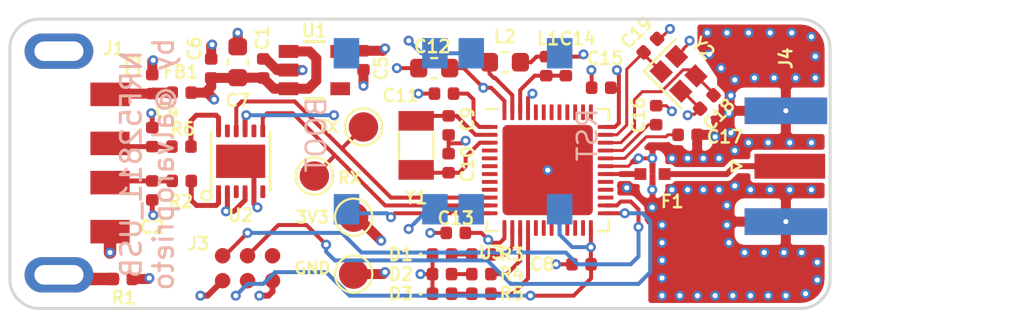
<source format=kicad_pcb>
(kicad_pcb (version 20171130) (host pcbnew 5.1.2-f72e74a~84~ubuntu18.04.1)
  (title_block (title NRF52811_USB) (date 2019-05-24) (rev 1.0) (company @alvaroprieto))
  (layers (0 F.Cu signal) (1 GND.Cu power) (2 Power.Cu mixed) (31 B.Cu signal) (34 B.Paste user) (35 F.Paste user) (36 B.SilkS user) (37 F.SilkS user) (38 B.Mask user) (39 F.Mask user) (44 Edge.Cuts user))
  (net 0 "")
  (net 1 GND)
  (net 2 +3V3)
  (net 3 "Net-(J1-Pad5)")
  (net 4 "Net-(U1-Pad4)")
  (net 5 "Net-(U3-Pad4)")
  (net 6 "Net-(U3-Pad6)")
  (net 7 "Net-(U3-Pad7)")
  (net 8 "Net-(U3-Pad8)")
  (net 9 "Net-(U3-Pad17)")
  (net 10 "Net-(U3-Pad18)")
  (net 11 "Net-(U3-Pad19)")
  (net 12 "Net-(U3-Pad20)")
  (net 13 /nRST)
  (net 14 /VIN)
  (net 15 /UART_RX)
  (net 16 /SWDIO)
  (net 17 /SWCLK)
  (net 18 /UART_TX)
  (net 19 /BOOT)
  (net 20 "Net-(C9-Pad1)")
  (net 21 "Net-(C18-Pad2)")
  (net 22 "Net-(F1-Pad1)")
  (net 23 "Net-(L1-Pad2)")
  (net 24 "Net-(L2-Pad2)")
  (net 25 "Net-(U2-Pad8)")
  (net 26 /USB_DM)
  (net 27 "Net-(C3-Pad2)")
  (net 28 /USB_DP)
  (net 29 "Net-(C10-Pad1)")
  (net 30 "Net-(C11-Pad1)")
  (net 31 "Net-(C14-Pad1)")
  (net 32 "Net-(C16-Pad2)")
  (net 33 "Net-(C17-Pad2)")
  (net 34 "Net-(C19-Pad1)")
  (net 35 "Net-(D1-Pad2)")
  (net 36 "Net-(D2-Pad2)")
  (net 37 "Net-(D3-Pad2)")
  (net 38 "Net-(F1-Pad3)")
  (net 39 "Net-(J3-Pad6)")
  (net 40 "Net-(R2-Pad1)")
  (net 41 /TX_LED)
  (net 42 /RX_LED)
  (net 43 /STATUS_LED)
  (net 44 "Net-(R6-Pad2)")
  (net 45 "Net-(U2-Pad11)")
  (net 46 "Net-(U2-Pad6)")
  (net 47 "Net-(U2-Pad3)")
  (net 48 "Net-(U3-Pad5)")
  (net 49 "Net-(U3-Pad9)")
  (net 50 "Net-(U3-Pad21)")
  (net 51 "Net-(U3-Pad22)")
  (net 52 "Net-(U3-Pad23)")
  (net 53 "Net-(U3-Pad27)")
  (net 54 "Net-(U3-Pad28)")
  (net 55 "Net-(U3-Pad29)")
  (net 56 "Net-(U3-Pad37)")
  (net 57 "Net-(U3-Pad38)")
  (net 58 "Net-(U3-Pad39)")
  (net 59 "Net-(U3-Pad40)")
  (net 60 "Net-(U3-Pad41)")
  (net 61 "Net-(U3-Pad42)")
  (net 62 "Net-(U3-Pad43)")
  (net 63 "Net-(U3-Pad44)")
  (module Crystal:Crystal_SMD_2016-4Pin_2.0x1.6mm (layer F.Cu) (at 201.54008 85.28849 315)
    (fp_text reference Y2 (at -0.020202 -1.801998 135) (layer F.SilkS) (effects (font (size 0.635 0.635) (thickness 0.127))))
    (fp_text value 32MHz)
    (pad 1 smd rect (at -0.7 0.55 315) (size 0.9 0.8) (layers F.Cu F.Paste F.Mask) (net 34 "Net-(C19-Pad1)"))
    (pad 2 smd rect (at 0.7 0.55 315) (size 0.9 0.8) (layers F.Cu F.Paste F.Mask) (net 1 GND))
    (pad 3 smd rect (at 0.7 -0.55 315) (size 0.9 0.8) (layers F.Cu F.Paste F.Mask) (net 21 "Net-(C18-Pad2)"))
    (pad 4 smd rect (at -0.7 -0.55 315) (size 0.9 0.8) (layers F.Cu F.Paste F.Mask) (net 1 GND))
  )
  (module alvarop:2450FM07A0029T (layer F.Cu) (at 200.2125 90.4)
    (fp_text reference F1 (at 1 1.4) (layer F.SilkS) (effects (font (size 0.635 0.635) (thickness 0.127))))
    (fp_text value 2450FM07A0029T)
    (pad 3 smd rect (at 0.6125 0) (size 0.6 0.6) (layers F.Cu F.Paste F.Mask) (net 38 "Net-(F1-Pad3)"))
    (pad 1 smd rect (at -0.6125 0) (size 0.6 0.6) (layers F.Cu F.Paste F.Mask) (net 22 "Net-(F1-Pad1)"))
    (pad 2 smd rect (at 0 0.3625) (size 0.3 0.725) (layers F.Cu F.Paste F.Mask) (net 1 GND))
    (pad 4 smd rect (at 0 -0.3625) (size 0.3 0.725) (layers F.Cu F.Paste F.Mask) (net 1 GND))
  )
  (module TestPoint:TestPoint_Pad_D1.5mm (layer F.Cu) (at 185 92.6)
    (fp_text reference TP4 hide)
    (fp_text value 3V3)
    (pad 1 smd circle (at 0 0) (size 1.5 1.5) (layers F.Cu F.Mask) (net 2 +3V3))
  )
  (module Capacitor_SMD:C_0402_1005Metric (layer F.Cu) (at 185.5 84.6 270)
    (fp_text reference C5 (at 0.4 -0.9 90) (layer F.SilkS) (effects (font (size 0.635 0.635) (thickness 0.127))))
    (fp_text value 1uF)
    (pad 2 smd roundrect (at 0.485 0 270) (size 0.59 0.64) (layers F.Cu F.Paste F.Mask) (net 1 GND))
    (pad 1 smd roundrect (at -0.485 0 270) (size 0.59 0.64) (layers F.Cu F.Paste F.Mask) (net 2 +3V3))
  )
  (module "alvarop:SOT-23(M5)" (layer F.Cu) (at 183 85.1 90)
    (fp_text reference U1 (at 2 0) (layer F.SilkS) (effects (font (size 0.635 0.635) (thickness 0.127))))
    (fp_text value MIC550X hide)
    (pad 5 smd rect (at 0.95 1.315 90) (size 0.66 1) (layers F.Cu F.Paste F.Mask) (net 2 +3V3))
    (pad 4 smd rect (at -0.95 1.315 90) (size 0.66 1) (layers F.Cu F.Paste F.Mask) (net 4 "Net-(U1-Pad4)"))
    (pad 3 smd rect (at -0.95 -1.315 90) (size 0.66 1) (layers F.Cu F.Paste F.Mask) (net 14 /VIN))
    (pad 2 smd rect (at 0 -1.315 90) (size 0.66 1) (layers F.Cu F.Paste F.Mask) (net 1 GND))
    (pad 1 smd rect (at 0.95 -1.315 90) (size 0.66 1) (layers F.Cu F.Paste F.Mask) (net 14 /VIN))
  )
  (module Capacitor_SMD:C_0402_1005Metric (layer F.Cu) (at 200.103239 83.851649 45)
    (fp_text reference C19 (at -0.03648 -0.95805 45) (layer F.SilkS) (effects (font (size 0.635 0.635) (thickness 0.127))))
    (fp_text value 12pF)
    (pad 2 smd roundrect (at 0.485 0 45) (size 0.59 0.64) (layers F.Cu F.Paste F.Mask) (net 1 GND))
    (pad 1 smd roundrect (at -0.485 0 45) (size 0.59 0.64) (layers F.Cu F.Paste F.Mask) (net 34 "Net-(C19-Pad1)"))
  )
  (module Connector_Coaxial:SMA_Samtec_SMA-J-P-H-ST-EM1_EdgeMount (layer F.Cu) (at 207 90)
    (fp_text reference J4 (at 0 -5.5 -270) (layer F.SilkS) (effects (font (size 0.635 0.635) (thickness 0.127))))
    (fp_text value RP_SMA)
    (pad 2 smd rect (at 0 2.825 90) (size 1.35 4.2) (layers B.Cu B.Paste B.Mask) (net 1 GND))
    (pad 2 smd rect (at 0 -2.825 90) (size 1.35 4.2) (layers B.Cu B.Paste B.Mask) (net 1 GND))
    (pad 2 smd rect (at 0 2.825 90) (size 1.35 4.2) (layers F.Cu F.Paste F.Mask) (net 1 GND))
    (pad 2 smd rect (at 0 -2.825 90) (size 1.35 4.2) (layers F.Cu F.Paste F.Mask) (net 1 GND))
    (pad 1 smd rect (at 0.2 0 90) (size 1.27 3.6) (layers F.Cu F.Paste F.Mask) (net 38 "Net-(F1-Pad3)"))
  )
  (module alvarop:PTS645SM43SMTR92 (layer B.Cu) (at 193.236 88.218 270)
    (fp_text reference SW2 hide)
    (fp_text value RST)
    (pad 1 smd rect (at -3.975 2.25 270) (size 1.55 1.3) (layers B.Cu B.Paste B.Mask) (net 1 GND))
    (pad 1 smd rect (at 3.975 2.25 270) (size 1.55 1.3) (layers B.Cu B.Paste B.Mask) (net 1 GND))
    (pad 2 smd rect (at -3.975 -2.25 270) (size 1.55 1.3) (layers B.Cu B.Paste B.Mask) (net 13 /nRST))
    (pad 2 smd rect (at 3.975 -2.25 270) (size 1.55 1.3) (layers B.Cu B.Paste B.Mask) (net 13 /nRST))
  )
  (module alvarop:PTS645SM43SMTR92 (layer B.Cu) (at 186.886 88.218 90)
    (fp_text reference SW1 hide)
    (fp_text value RST)
    (pad 1 smd rect (at -3.975 2.25 90) (size 1.55 1.3) (layers B.Cu B.Paste B.Mask) (net 1 GND))
    (pad 1 smd rect (at 3.975 2.25 90) (size 1.55 1.3) (layers B.Cu B.Paste B.Mask) (net 1 GND))
    (pad 2 smd rect (at -3.975 -2.25 90) (size 1.55 1.3) (layers B.Cu B.Paste B.Mask) (net 19 /BOOT))
    (pad 2 smd rect (at 3.975 -2.25 90) (size 1.55 1.3) (layers B.Cu B.Paste B.Mask) (net 19 /BOOT))
  )
  (module Capacitor_SMD:C_0402_1005Metric (layer F.Cu) (at 189.834 87.92 270)
    (fp_text reference C9 (at -0.32 -0.966 90) (layer F.SilkS) (effects (font (size 0.635 0.635) (thickness 0.127))))
    (fp_text value 12pF)
    (pad 2 smd roundrect (at 0.485 0 270) (size 0.59 0.64) (layers F.Cu F.Paste F.Mask) (net 1 GND))
    (pad 1 smd roundrect (at -0.485 0 270) (size 0.59 0.64) (layers F.Cu F.Paste F.Mask) (net 20 "Net-(C9-Pad1)"))
  )
  (module Capacitor_SMD:C_0402_1005Metric (layer F.Cu) (at 189.834 89.848 90)
    (fp_text reference C10 (at -0.052 0.966 90) (layer F.SilkS) (effects (font (size 0.635 0.635) (thickness 0.127))))
    (fp_text value 12pF)
    (pad 2 smd roundrect (at 0.485 0 90) (size 0.59 0.64) (layers F.Cu F.Paste F.Mask) (net 1 GND))
    (pad 1 smd roundrect (at -0.485 0 90) (size 0.59 0.64) (layers F.Cu F.Paste F.Mask) (net 29 "Net-(C10-Pad1)"))
  )
  (module Capacitor_SMD:C_0402_1005Metric (layer F.Cu) (at 190.2 93.4 180)
    (fp_text reference C13 (at 0 0.75) (layer F.SilkS) (effects (font (size 0.635 0.635) (thickness 0.127))))
    (fp_text value 0.1uF)
    (pad 2 smd roundrect (at 0.485 0 180) (size 0.59 0.64) (layers F.Cu F.Paste F.Mask) (net 1 GND))
    (pad 1 smd roundrect (at -0.485 0 180) (size 0.59 0.64) (layers F.Cu F.Paste F.Mask) (net 2 +3V3))
  )
  (module Capacitor_SMD:C_0402_1005Metric (layer F.Cu) (at 195.8 84.9 90)
    (fp_text reference C14 (at 1.4 0.6 180) (layer F.SilkS) (effects (font (size 0.635 0.635) (thickness 0.127))))
    (fp_text value 1uF)
    (pad 1 smd roundrect (at -0.485 0 90) (size 0.59 0.64) (layers F.Cu F.Paste F.Mask) (net 31 "Net-(C14-Pad1)"))
    (pad 2 smd roundrect (at 0.485 0 90) (size 0.59 0.64) (layers F.Cu F.Paste F.Mask) (net 1 GND))
  )
  (module Capacitor_SMD:C_0402_1005Metric (layer F.Cu) (at 200.4 87.4 270)
    (fp_text reference C16 (at 0 0.9 90) (layer F.SilkS) (effects (font (size 0.635 0.635) (thickness 0.127))))
    (fp_text value 100pF)
    (pad 2 smd roundrect (at 0.485 0 270) (size 0.59 0.64) (layers F.Cu F.Paste F.Mask) (net 32 "Net-(C16-Pad2)"))
    (pad 1 smd roundrect (at -0.485 0 270) (size 0.59 0.64) (layers F.Cu F.Paste F.Mask) (net 1 GND))
  )
  (module Capacitor_SMD:C_0402_1005Metric (layer F.Cu) (at 197.6 86 180)
    (fp_text reference C15 (at -0.2 1.5) (layer F.SilkS) (effects (font (size 0.635 0.635) (thickness 0.127))))
    (fp_text value 0.1uF)
    (pad 2 smd roundrect (at 0.485 0 180) (size 0.59 0.64) (layers F.Cu F.Paste F.Mask) (net 1 GND))
    (pad 1 smd roundrect (at -0.485 0 180) (size 0.59 0.64) (layers F.Cu F.Paste F.Mask) (net 2 +3V3))
  )
  (module Capacitor_SMD:C_0402_1005Metric (layer F.Cu) (at 189.6 86.3 180)
    (fp_text reference C11 (at 2.2 -0.1) (layer F.SilkS) (effects (font (size 0.635 0.635) (thickness 0.127))))
    (fp_text value 0.1uF)
    (pad 2 smd roundrect (at 0.485 0 180) (size 0.59 0.64) (layers F.Cu F.Paste F.Mask) (net 1 GND))
    (pad 1 smd roundrect (at -0.485 0 180) (size 0.59 0.64) (layers F.Cu F.Paste F.Mask) (net 30 "Net-(C11-Pad1)"))
  )
  (module Capacitor_SMD:C_0402_1005Metric (layer F.Cu) (at 202.976921 86.725331 45)
    (fp_text reference C18 (at -0.02 0.888 45) (layer F.SilkS) (effects (font (size 0.635 0.635) (thickness 0.127))))
    (fp_text value 12pF)
    (pad 1 smd roundrect (at -0.485 0 45) (size 0.59 0.64) (layers F.Cu F.Paste F.Mask) (net 1 GND))
    (pad 2 smd roundrect (at 0.485 0 45) (size 0.59 0.64) (layers F.Cu F.Paste F.Mask) (net 21 "Net-(C18-Pad2)"))
  )
  (module Capacitor_SMD:C_0603_1608Metric (layer F.Cu) (at 189.1 85 180)
    (fp_text reference C12 (at 0.1 1.1) (layer F.SilkS) (effects (font (size 0.635 0.635) (thickness 0.127))))
    (fp_text value 4.7uF)
    (pad 2 smd roundrect (at 0.7875 0 180) (size 0.875 0.95) (layers F.Cu F.Paste F.Mask) (net 1 GND))
    (pad 1 smd roundrect (at -0.7875 0 180) (size 0.875 0.95) (layers F.Cu F.Paste F.Mask) (net 2 +3V3))
  )
  (module Inductor_SMD:L_0402_1005Metric (layer F.Cu) (at 194.8 84.9 90)
    (fp_text reference L1 (at 1.4 0.1) (layer F.SilkS) (effects (font (size 0.635 0.635) (thickness 0.127))))
    (fp_text value 15nH)
    (pad 1 smd roundrect (at -0.485 0 90) (size 0.59 0.64) (layers F.Cu F.Paste F.Mask) (net 31 "Net-(C14-Pad1)"))
    (pad 2 smd roundrect (at 0.485 0 90) (size 0.59 0.64) (layers F.Cu F.Paste F.Mask) (net 23 "Net-(L1-Pad2)"))
  )
  (module Inductor_SMD:L_0603_1608Metric (layer F.Cu) (at 192.7 84.7 180)
    (fp_text reference L2 (at 0 1.3 180) (layer F.SilkS) (effects (font (size 0.635 0.635) (thickness 0.127))))
    (fp_text value 10uH)
    (pad 1 smd roundrect (at -0.7875 0 180) (size 0.875 0.95) (layers F.Cu F.Paste F.Mask) (net 23 "Net-(L1-Pad2)"))
    (pad 2 smd roundrect (at 0.7875 0 180) (size 0.875 0.95) (layers F.Cu F.Paste F.Mask) (net 24 "Net-(L2-Pad2)"))
  )
  (module Crystal:Crystal_SMD_3215-2Pin_3.2x1.5mm (layer F.Cu) (at 188.183 88.936 90)
    (fp_text reference Y1 (at -2.667 0 180) (layer F.SilkS) (effects (font (size 0.635 0.635) (thickness 0.127))))
    (fp_text value 32.768kHz)
    (pad 1 smd rect (at 1.25 0 90) (size 1 1.8) (layers F.Cu F.Paste F.Mask) (net 20 "Net-(C9-Pad1)"))
    (pad 2 smd rect (at -1.25 0 90) (size 1 1.8) (layers F.Cu F.Paste F.Mask) (net 29 "Net-(C10-Pad1)"))
  )
  (module Capacitor_SMD:C_0402_1005Metric (layer F.Cu) (at 202 88.4 180)
    (fp_text reference C17 (at -1.9 -0.1) (layer F.SilkS) (effects (font (size 0.635 0.635) (thickness 0.127))))
    (fp_text value DNP)
    (pad 1 smd roundrect (at -0.485 0 180) (size 0.59 0.64) (layers F.Cu F.Paste F.Mask) (net 1 GND))
    (pad 2 smd roundrect (at 0.485 0 180) (size 0.59 0.64) (layers F.Cu F.Paste F.Mask) (net 33 "Net-(C17-Pad2)"))
  )
  (module Package_DFN_QFN:QFN-48-1EP_6x6mm_P0.4mm_EP4.6x4.6mm (layer F.Cu) (at 194.876 90.2)
    (fp_text reference U3 (at -2.876 4.201) (layer F.SilkS) (effects (font (size 0.635 0.635) (thickness 0.127))))
    (fp_text value NRF52811-QFAA)
    (pad 49 smd roundrect (at 0 0) (size 4.6 4.6) (layers F.Cu F.Mask) (roundrect_rratio 0.054348) (net 1 GND))
    (pad 1 smd roundrect (at -2.95 -2.2) (size 0.8 0.2) (layers F.Cu F.Paste F.Mask) (net 30 "Net-(C11-Pad1)"))
    (pad 2 smd roundrect (at -2.95 -1.8) (size 0.8 0.2) (layers F.Cu F.Paste F.Mask) (net 20 "Net-(C9-Pad1)"))
    (pad 3 smd roundrect (at -2.95 -1.4) (size 0.8 0.2) (layers F.Cu F.Paste F.Mask) (net 29 "Net-(C10-Pad1)"))
    (pad 4 smd roundrect (at -2.95 -1) (size 0.8 0.2) (layers F.Cu F.Paste F.Mask) (net 5 "Net-(U3-Pad4)"))
    (pad 5 smd roundrect (at -2.95 -0.6) (size 0.8 0.2) (layers F.Cu F.Paste F.Mask) (net 48 "Net-(U3-Pad5)"))
    (pad 6 smd roundrect (at -2.95 -0.2) (size 0.8 0.2) (layers F.Cu F.Paste F.Mask) (net 6 "Net-(U3-Pad6)"))
    (pad 7 smd roundrect (at -2.95 0.2) (size 0.8 0.2) (layers F.Cu F.Paste F.Mask) (net 7 "Net-(U3-Pad7)"))
    (pad 8 smd roundrect (at -2.95 0.6) (size 0.8 0.2) (layers F.Cu F.Paste F.Mask) (net 8 "Net-(U3-Pad8)"))
    (pad 9 smd roundrect (at -2.95 1) (size 0.8 0.2) (layers F.Cu F.Paste F.Mask) (net 49 "Net-(U3-Pad9)"))
    (pad 10 smd roundrect (at -2.95 1.4) (size 0.8 0.2) (layers F.Cu F.Paste F.Mask) (net 18 /UART_TX))
    (pad 11 smd roundrect (at -2.95 1.8) (size 0.8 0.2) (layers F.Cu F.Paste F.Mask) (net 15 /UART_RX))
    (pad 12 smd roundrect (at -2.95 2.2) (size 0.8 0.2) (layers F.Cu F.Paste F.Mask) (net 19 /BOOT))
    (pad 13 smd roundrect (at -2.2 2.95) (size 0.2 0.8) (layers F.Cu F.Paste F.Mask) (net 2 +3V3))
    (pad 14 smd roundrect (at -1.8 2.95) (size 0.2 0.8) (layers F.Cu F.Paste F.Mask) (net 41 /TX_LED))
    (pad 15 smd roundrect (at -1.4 2.95) (size 0.2 0.8) (layers F.Cu F.Paste F.Mask) (net 42 /RX_LED))
    (pad 16 smd roundrect (at -1 2.95) (size 0.2 0.8) (layers F.Cu F.Paste F.Mask) (net 43 /STATUS_LED))
    (pad 17 smd roundrect (at -0.6 2.95) (size 0.2 0.8) (layers F.Cu F.Paste F.Mask) (net 9 "Net-(U3-Pad17)"))
    (pad 18 smd roundrect (at -0.2 2.95) (size 0.2 0.8) (layers F.Cu F.Paste F.Mask) (net 10 "Net-(U3-Pad18)"))
    (pad 19 smd roundrect (at 0.2 2.95) (size 0.2 0.8) (layers F.Cu F.Paste F.Mask) (net 11 "Net-(U3-Pad19)"))
    (pad 20 smd roundrect (at 0.6 2.95) (size 0.2 0.8) (layers F.Cu F.Paste F.Mask) (net 12 "Net-(U3-Pad20)"))
    (pad 21 smd roundrect (at 1 2.95) (size 0.2 0.8) (layers F.Cu F.Paste F.Mask) (net 50 "Net-(U3-Pad21)"))
    (pad 22 smd roundrect (at 1.4 2.95) (size 0.2 0.8) (layers F.Cu F.Paste F.Mask) (net 51 "Net-(U3-Pad22)"))
    (pad 23 smd roundrect (at 1.8 2.95) (size 0.2 0.8) (layers F.Cu F.Paste F.Mask) (net 52 "Net-(U3-Pad23)"))
    (pad 24 smd roundrect (at 2.2 2.95) (size 0.2 0.8) (layers F.Cu F.Paste F.Mask) (net 13 /nRST))
    (pad 25 smd roundrect (at 2.95 2.2) (size 0.8 0.2) (layers F.Cu F.Paste F.Mask) (net 17 /SWCLK))
    (pad 26 smd roundrect (at 2.95 1.8) (size 0.8 0.2) (layers F.Cu F.Paste F.Mask) (net 16 /SWDIO))
    (pad 27 smd roundrect (at 2.95 1.4) (size 0.8 0.2) (layers F.Cu F.Paste F.Mask) (net 53 "Net-(U3-Pad27)"))
    (pad 28 smd roundrect (at 2.95 1) (size 0.8 0.2) (layers F.Cu F.Paste F.Mask) (net 54 "Net-(U3-Pad28)"))
    (pad 29 smd roundrect (at 2.95 0.6) (size 0.8 0.2) (layers F.Cu F.Paste F.Mask) (net 55 "Net-(U3-Pad29)"))
    (pad 30 smd roundrect (at 2.95 0.2) (size 0.8 0.2) (layers F.Cu F.Paste F.Mask) (net 22 "Net-(F1-Pad1)"))
    (pad 31 smd roundrect (at 2.95 -0.2) (size 0.8 0.2) (layers F.Cu F.Paste F.Mask) (net 1 GND))
    (pad 32 smd roundrect (at 2.95 -0.6) (size 0.8 0.2) (layers F.Cu F.Paste F.Mask) (net 33 "Net-(C17-Pad2)"))
    (pad 33 smd roundrect (at 2.95 -1) (size 0.8 0.2) (layers F.Cu F.Paste F.Mask) (net 32 "Net-(C16-Pad2)"))
    (pad 34 smd roundrect (at 2.95 -1.4) (size 0.8 0.2) (layers F.Cu F.Paste F.Mask) (net 21 "Net-(C18-Pad2)"))
    (pad 35 smd roundrect (at 2.95 -1.8) (size 0.8 0.2) (layers F.Cu F.Paste F.Mask) (net 34 "Net-(C19-Pad1)"))
    (pad 36 smd roundrect (at 2.95 -2.2) (size 0.8 0.2) (layers F.Cu F.Paste F.Mask) (net 2 +3V3))
    (pad 37 smd roundrect (at 2.2 -2.95) (size 0.2 0.8) (layers F.Cu F.Paste F.Mask) (net 56 "Net-(U3-Pad37)"))
    (pad 38 smd roundrect (at 1.8 -2.95) (size 0.2 0.8) (layers F.Cu F.Paste F.Mask) (net 57 "Net-(U3-Pad38)"))
    (pad 39 smd roundrect (at 1.4 -2.95) (size 0.2 0.8) (layers F.Cu F.Paste F.Mask) (net 58 "Net-(U3-Pad39)"))
    (pad 40 smd roundrect (at 1 -2.95) (size 0.2 0.8) (layers F.Cu F.Paste F.Mask) (net 59 "Net-(U3-Pad40)"))
    (pad 41 smd roundrect (at 0.6 -2.95) (size 0.2 0.8) (layers F.Cu F.Paste F.Mask) (net 60 "Net-(U3-Pad41)"))
    (pad 42 smd roundrect (at 0.2 -2.95) (size 0.2 0.8) (layers F.Cu F.Paste F.Mask) (net 61 "Net-(U3-Pad42)"))
    (pad 43 smd roundrect (at -0.2 -2.95) (size 0.2 0.8) (layers F.Cu F.Paste F.Mask) (net 62 "Net-(U3-Pad43)"))
    (pad 44 smd roundrect (at -0.6 -2.95) (size 0.2 0.8) (layers F.Cu F.Paste F.Mask) (net 63 "Net-(U3-Pad44)"))
    (pad 45 smd roundrect (at -1 -2.95) (size 0.2 0.8) (layers F.Cu F.Paste F.Mask) (net 1 GND))
    (pad 46 smd roundrect (at -1.4 -2.95) (size 0.2 0.8) (layers F.Cu F.Paste F.Mask) (net 31 "Net-(C14-Pad1)"))
    (pad 47 smd roundrect (at -1.8 -2.95) (size 0.2 0.8) (layers F.Cu F.Paste F.Mask) (net 24 "Net-(L2-Pad2)"))
    (pad 48 smd roundrect (at -2.2 -2.95) (size 0.2 0.8) (layers F.Cu F.Paste F.Mask) (net 2 +3V3))
  )
  (module alvarop:TC2030-NL (layer F.Cu) (at 179.6 95.2)
    (fp_text reference J3 (at -2.5 -1.25) (layer F.SilkS) (effects (font (size 0.635 0.635) (thickness 0.127))))
    (fp_text value TC2030-CTX)
    (pad 1 smd circle (at -1.27 0.635) (size 0.7874 0.7874) (layers F.Cu F.Mask) (net 2 +3V3))
    (pad 2 smd circle (at -1.27 -0.635) (size 0.7874 0.7874) (layers F.Cu F.Mask) (net 16 /SWDIO))
    (pad 3 smd circle (at 0 0.635) (size 0.7874 0.7874) (layers F.Cu F.Mask) (net 13 /nRST))
    (pad 4 smd circle (at 0 -0.635) (size 0.7874 0.7874) (layers F.Cu F.Mask) (net 17 /SWCLK))
    (pad 5 smd circle (at 1.27 0.635) (size 0.7874 0.7874) (layers F.Cu F.Mask) (net 1 GND))
    (pad 6 smd circle (at 1.27 -0.635) (size 0.7874 0.7874) (layers F.Cu F.Mask) (net 39 "Net-(J3-Pad6)"))
    (pad "" np_thru_hole circle (at 2.54 1.016) (size 0.9906 0.9906) (drill 0.9906) (layers *.Cu *.Mask))
    (pad "" np_thru_hole circle (at 2.54 -1.016) (size 0.9906 0.9906) (drill 0.9906) (layers *.Cu *.Mask))
    (pad "" np_thru_hole circle (at -2.54 0) (size 0.9906 0.9906) (drill 0.9906) (layers *.Cu *.Mask))
  )
  (module Capacitor_SMD:C_0402_1005Metric (layer F.Cu) (at 180.4 85.015 90)
    (fp_text reference C1 (at 1.55 -0.05 90) (layer F.SilkS) (effects (font (size 0.635 0.635) (thickness 0.127))))
    (fp_text value 1uF)
    (pad 1 smd roundrect (at -0.485 0 90) (size 0.59 0.64) (layers F.Cu F.Paste F.Mask) (net 14 /VIN))
    (pad 2 smd roundrect (at 0.485 0 90) (size 0.59 0.64) (layers F.Cu F.Paste F.Mask) (net 1 GND))
  )
  (module Capacitor_SMD:C_0402_1005Metric (layer F.Cu) (at 174.75 91.235 270)
    (fp_text reference C2 (at 1.865 0 180) (layer F.SilkS) (effects (font (size 0.635 0.635) (thickness 0.127))))
    (fp_text value 47pF)
    (pad 2 smd roundrect (at 0.485 0 270) (size 0.59 0.64) (layers F.Cu F.Paste F.Mask) (net 1 GND))
    (pad 1 smd roundrect (at -0.485 0 270) (size 0.59 0.64) (layers F.Cu F.Paste F.Mask) (net 26 /USB_DM))
  )
  (module Capacitor_SMD:C_0402_1005Metric (layer F.Cu) (at 174.75 85.815 270)
    (fp_text reference C3 (at -0.915 0.95 90) (layer F.SilkS) (effects (font (size 0.635 0.635) (thickness 0.127))))
    (fp_text value 10nF)
    (pad 1 smd roundrect (at -0.485 0 270) (size 0.59 0.64) (layers F.Cu F.Paste F.Mask) (net 1 GND))
    (pad 2 smd roundrect (at 0.485 0 270) (size 0.59 0.64) (layers F.Cu F.Paste F.Mask) (net 27 "Net-(C3-Pad2)"))
  )
  (module Capacitor_SMD:C_0402_1005Metric (layer F.Cu) (at 174.75 88.515 90)
    (fp_text reference C4 (at 1.315 0.75 180) (layer F.SilkS) (effects (font (size 0.635 0.635) (thickness 0.127))))
    (fp_text value 47pF)
    (pad 1 smd roundrect (at -0.485 0 90) (size 0.59 0.64) (layers F.Cu F.Paste F.Mask) (net 28 /USB_DP))
    (pad 2 smd roundrect (at 0.485 0 90) (size 0.59 0.64) (layers F.Cu F.Paste F.Mask) (net 1 GND))
  )
  (module Capacitor_SMD:C_0402_1005Metric (layer F.Cu) (at 177.75 85.015 90)
    (fp_text reference C6 (at 1.015 -0.85 90) (layer F.SilkS) (effects (font (size 0.635 0.635) (thickness 0.127))))
    (fp_text value 0.1uF)
    (pad 2 smd roundrect (at 0.485 0 90) (size 0.59 0.64) (layers F.Cu F.Paste F.Mask) (net 1 GND))
    (pad 1 smd roundrect (at -0.485 0 90) (size 0.59 0.64) (layers F.Cu F.Paste F.Mask) (net 14 /VIN))
  )
  (module Capacitor_SMD:C_0603_1608Metric (layer F.Cu) (at 179.1 84.7 90)
    (fp_text reference C7 (at -1.95 0 180) (layer F.SilkS) (effects (font (size 0.635 0.635) (thickness 0.127))))
    (fp_text value 4.7uF)
    (pad 1 smd roundrect (at -0.7875 0 90) (size 0.875 0.95) (layers F.Cu F.Paste F.Mask) (net 14 /VIN))
    (pad 2 smd roundrect (at 0.7875 0 90) (size 0.875 0.95) (layers F.Cu F.Paste F.Mask) (net 1 GND))
  )
  (module Capacitor_SMD:C_0402_1005Metric (layer F.Cu) (at 196.6 95 180)
    (fp_text reference C8 (at 2 0) (layer F.SilkS) (effects (font (size 0.635 0.635) (thickness 0.127))))
    (fp_text value 0.1uF)
    (pad 1 smd roundrect (at -0.485 0 180) (size 0.59 0.64) (layers F.Cu F.Paste F.Mask) (net 13 /nRST))
    (pad 2 smd roundrect (at 0.485 0 180) (size 0.59 0.64) (layers F.Cu F.Paste F.Mask) (net 1 GND))
  )
  (module LED_SMD:LED_0402_1005Metric (layer F.Cu) (at 189.5 94.5)
    (fp_text reference D1 (at -2.1 0) (layer F.SilkS) (effects (font (size 0.635 0.635) (thickness 0.127))))
    (fp_text value LED_ALT)
    (pad 2 smd roundrect (at 0.485 0) (size 0.59 0.64) (layers F.Cu F.Paste F.Mask) (net 35 "Net-(D1-Pad2)"))
    (pad 1 smd roundrect (at -0.485 0) (size 0.59 0.64) (layers F.Cu F.Paste F.Mask) (net 1 GND))
  )
  (module LED_SMD:LED_0402_1005Metric (layer F.Cu) (at 189.5 95.5)
    (fp_text reference D2 (at -2.1 0) (layer F.SilkS) (effects (font (size 0.635 0.635) (thickness 0.127))))
    (fp_text value LED_ALT)
    (pad 1 smd roundrect (at -0.485 0) (size 0.59 0.64) (layers F.Cu F.Paste F.Mask) (net 1 GND))
    (pad 2 smd roundrect (at 0.485 0) (size 0.59 0.64) (layers F.Cu F.Paste F.Mask) (net 36 "Net-(D2-Pad2)"))
  )
  (module LED_SMD:LED_0402_1005Metric (layer F.Cu) (at 189.5 96.5)
    (fp_text reference D3 (at -2.1 0) (layer F.SilkS) (effects (font (size 0.635 0.635) (thickness 0.127))))
    (fp_text value LED_ALT)
    (pad 1 smd roundrect (at -0.485 0) (size 0.59 0.64) (layers F.Cu F.Paste F.Mask) (net 1 GND))
    (pad 2 smd roundrect (at 0.485 0) (size 0.59 0.64) (layers F.Cu F.Paste F.Mask) (net 37 "Net-(D3-Pad2)"))
  )
  (module Inductor_SMD:L_0402_1005Metric (layer F.Cu) (at 176.25 86.25)
    (fp_text reference FB1 (at -0.05 -1.05 180) (layer F.SilkS) (effects (font (size 0.635 0.635) (thickness 0.127))))
    (fp_text value FB)
    (pad 1 smd roundrect (at -0.485 0) (size 0.59 0.64) (layers F.Cu F.Paste F.Mask) (net 27 "Net-(C3-Pad2)"))
    (pad 2 smd roundrect (at 0.485 0) (size 0.59 0.64) (layers F.Cu F.Paste F.Mask) (net 14 /VIN))
  )
  (module alvarop:MOLEX-0480371000 (layer F.Cu) (at 170 89.837 270)
    (fp_text reference J1 (at -5.837 -2.8 180) (layer F.SilkS) (effects (font (size 0.635 0.635) (thickness 0.127))))
    (fp_text value USB_A)
    (pad 2 smd rect (at -1 -2.6 270) (size 1.2 2) (layers F.Cu F.Paste F.Mask) (net 28 /USB_DP))
    (pad 3 smd rect (at 1 -2.6 270) (size 1.2 2) (layers F.Cu F.Paste F.Mask) (net 26 /USB_DM))
    (pad 1 smd rect (at -3.5 -2.6 270) (size 1.2 2) (layers F.Cu F.Paste F.Mask) (net 27 "Net-(C3-Pad2)"))
    (pad 4 smd rect (at 3.5 -2.6 270) (size 1.2 2) (layers F.Cu F.Paste F.Mask) (net 1 GND))
    (pad "" np_thru_hole circle (at 2.25 0 270) (size 1.1 1.1) (drill 1.1) (layers *.Cu *.Mask))
    (pad "" np_thru_hole circle (at -2.25 0 270) (size 1.1 1.1) (drill 1.1) (layers *.Cu *.Mask))
    (pad 5 thru_hole oval (at 5.7 0 270) (size 1.8 3.5) (drill oval 1 2.5) (layers *.Cu *.Mask) (net 3 "Net-(J1-Pad5)"))
    (pad 5 thru_hole oval (at -5.7 0 270) (size 1.8 3.5) (drill oval 1 2.5) (layers *.Cu *.Mask) (net 3 "Net-(J1-Pad5)"))
  )
  (module Resistor_SMD:R_0402_1005Metric (layer F.Cu) (at 173.25 95.75)
    (fp_text reference R1 (at 0.05 0.95) (layer F.SilkS) (effects (font (size 0.635 0.635) (thickness 0.127))))
    (fp_text value DNP)
    (pad 1 smd roundrect (at -0.485 0) (size 0.59 0.64) (layers F.Cu F.Paste F.Mask) (net 3 "Net-(J1-Pad5)"))
    (pad 2 smd roundrect (at 0.485 0) (size 0.59 0.64) (layers F.Cu F.Paste F.Mask) (net 1 GND))
  )
  (module Resistor_SMD:R_0402_1005Metric (layer F.Cu) (at 176.25 90.75 180)
    (fp_text reference R2 (at 0.05 -1.05) (layer F.SilkS) (effects (font (size 0.635 0.635) (thickness 0.127))))
    (fp_text value 27)
    (pad 2 smd roundrect (at 0.485 0 180) (size 0.59 0.64) (layers F.Cu F.Paste F.Mask) (net 26 /USB_DM))
    (pad 1 smd roundrect (at -0.485 0 180) (size 0.59 0.64) (layers F.Cu F.Paste F.Mask) (net 40 "Net-(R2-Pad1)"))
  )
  (module Resistor_SMD:R_0402_1005Metric (layer F.Cu) (at 191.5 94.5)
    (fp_text reference R3 (at 1.55 0) (layer F.SilkS) (effects (font (size 0.635 0.635) (thickness 0.127))))
    (fp_text value 10k)
    (pad 1 smd roundrect (at -0.485 0) (size 0.59 0.64) (layers F.Cu F.Paste F.Mask) (net 35 "Net-(D1-Pad2)"))
    (pad 2 smd roundrect (at 0.485 0) (size 0.59 0.64) (layers F.Cu F.Paste F.Mask) (net 41 /TX_LED))
  )
  (module Resistor_SMD:R_0402_1005Metric (layer F.Cu) (at 191.5 95.5)
    (fp_text reference R4 (at 1.55 0) (layer F.SilkS) (effects (font (size 0.635 0.635) (thickness 0.127))))
    (fp_text value 10k)
    (pad 2 smd roundrect (at 0.485 0) (size 0.59 0.64) (layers F.Cu F.Paste F.Mask) (net 42 /RX_LED))
    (pad 1 smd roundrect (at -0.485 0) (size 0.59 0.64) (layers F.Cu F.Paste F.Mask) (net 36 "Net-(D2-Pad2)"))
  )
  (module Resistor_SMD:R_0402_1005Metric (layer F.Cu) (at 191.5 96.5)
    (fp_text reference R5 (at 1.55 0) (layer F.SilkS) (effects (font (size 0.635 0.635) (thickness 0.127))))
    (fp_text value 10k)
    (pad 2 smd roundrect (at 0.485 0) (size 0.59 0.64) (layers F.Cu F.Paste F.Mask) (net 43 /STATUS_LED))
    (pad 1 smd roundrect (at -0.485 0) (size 0.59 0.64) (layers F.Cu F.Paste F.Mask) (net 37 "Net-(D3-Pad2)"))
  )
  (module Resistor_SMD:R_0402_1005Metric (layer F.Cu) (at 176.235 89)
    (fp_text reference R6 (at 0.065 -0.9) (layer F.SilkS) (effects (font (size 0.635 0.635) (thickness 0.127))))
    (fp_text value 27)
    (pad 1 smd roundrect (at -0.485 0) (size 0.59 0.64) (layers F.Cu F.Paste F.Mask) (net 28 /USB_DP))
    (pad 2 smd roundrect (at 0.485 0) (size 0.59 0.64) (layers F.Cu F.Paste F.Mask) (net 44 "Net-(R6-Pad2)"))
  )
  (module alvarop:FTDI_DFN12 (layer F.Cu) (at 179.25 89.75 90)
    (fp_text reference U2 (at -2.75 0 180) (layer F.SilkS) (effects (font (size 0.635 0.635) (thickness 0.127))))
    (fp_text value FT234XD)
    (pad 5 smd rect (at 0 0 90) (size 1.7 2.5) (layers F.Cu F.Paste F.Mask) (net 1 GND))
    (pad 12 smd roundrect (at 1.55 -1.125 90) (size 0.65 0.25) (layers F.Cu F.Paste F.Mask) (net 44 "Net-(R6-Pad2)"))
    (pad 11 smd roundrect (at 1.55 -0.675 90) (size 0.65 0.25) (layers F.Cu F.Paste F.Mask) (net 45 "Net-(U2-Pad11)"))
    (pad 10 smd roundrect (at 1.55 -0.225 90) (size 0.65 0.25) (layers F.Cu F.Paste F.Mask) (net 18 /UART_TX))
    (pad 9 smd roundrect (at 1.55 0.225 90) (size 0.65 0.25) (layers F.Cu F.Paste F.Mask) (net 2 +3V3))
    (pad 8 smd roundrect (at 1.55 0.675 90) (size 0.65 0.25) (layers F.Cu F.Paste F.Mask) (net 25 "Net-(U2-Pad8)"))
    (pad 7 smd roundrect (at 1.55 1.125 90) (size 0.65 0.25) (layers F.Cu F.Paste F.Mask) (net 15 /UART_RX))
    (pad 6 smd roundrect (at -1.55 1.125 90) (size 0.65 0.25) (layers F.Cu F.Paste F.Mask) (net 46 "Net-(U2-Pad6)"))
    (pad 5 smd roundrect (at -1.55 0.675 90) (size 0.65 0.25) (layers F.Cu F.Paste F.Mask) (net 1 GND))
    (pad 4 smd roundrect (at -1.55 0.225 90) (size 0.65 0.25) (layers F.Cu F.Paste F.Mask) (net 14 /VIN))
    (pad 3 smd roundrect (at -1.55 -0.225 90) (size 0.65 0.25) (layers F.Cu F.Paste F.Mask) (net 47 "Net-(U2-Pad3)"))
    (pad 2 smd roundrect (at -1.55 -0.675 90) (size 0.65 0.25) (layers F.Cu F.Paste F.Mask) (net 14 /VIN))
    (pad 1 smd rect (at -1.55 -1.125 90) (size 0.65 0.25) (layers F.Cu F.Paste F.Mask) (net 40 "Net-(R2-Pad1)"))
  )
  (module TestPoint:TestPoint_Pad_D1.5mm (layer F.Cu) (at 185.5 88)
    (fp_text reference TP1 hide)
    (fp_text value TX)
    (pad 1 smd circle (at 0 0) (size 1.5 1.5) (layers F.Cu F.Mask) (net 18 /UART_TX))
  )
  (module TestPoint:TestPoint_Pad_D1.5mm (layer F.Cu) (at 183 90.5)
    (fp_text reference TP2 hide)
    (fp_text value RX)
    (pad 1 smd circle (at 0 0) (size 1.5 1.5) (layers F.Cu F.Mask) (net 15 /UART_RX))
  )
  (module TestPoint:TestPoint_Pad_D1.5mm (layer F.Cu) (at 185 95.5)
    (fp_text reference TP3 hide)
    (fp_text value GND)
    (pad 1 smd circle (at 0 0) (size 1.5 1.5) (layers F.Cu F.Mask) (net 1 GND))
  )
  (gr_text GND (at 182.9 95.2) (layer F.SilkS) (effects (font (size 0.6 0.6) (thickness 0.127))))
  (gr_text 3V3 (at 182.9 92.6) (layer F.SilkS) (effects (font (size 0.6 0.6) (thickness 0.127))))
  (gr_text RX (at 184.8 90.6) (layer F.SilkS) (effects (font (size 0.6 0.6) (thickness 0.127))))
  (gr_text TX (at 183.7 88) (layer F.SilkS) (effects (font (size 0.6 0.6) (thickness 0.127))))
  (gr_arc (start 207.75 84) (end 209.25 84) (angle -90) (layer Edge.Cuts) (width 0.15))
  (gr_arc (start 207.75 95.75) (end 207.75 97.25) (angle -90) (layer Edge.Cuts) (width 0.15))
  (gr_arc (start 169 95.75) (end 167.5 95.75) (angle -90) (layer Edge.Cuts) (width 0.15))
  (gr_arc (start 169 84) (end 169 82.5) (angle -90) (layer Edge.Cuts) (width 0.15))
  (gr_line (start 169 82.5) (end 207.75 82.5) (layer Edge.Cuts) (width 0.15))
  (gr_line (start 209.25 95.75) (end 209.25 84) (layer Edge.Cuts) (width 0.15))
  (gr_line (start 169 97.25) (end 207.75 97.25) (layer Edge.Cuts) (width 0.15))
  (gr_line (start 167.5 84) (end 167.5 95.75) (layer Edge.Cuts) (width 0.15))
  (gr_text "NRF52811_USB\nby @alvaroprieto" (at 174.5 89.9 90) (layer B.SilkS) (effects (font (size 1.016 1.016) (thickness 0.1524)) (justify mirror)))
  (gr_text BOOT (at 183.1 88.4 90) (layer B.SilkS) (effects (font (size 1 1) (thickness 0.128)) (justify mirror)))
  (gr_text RST (at 196.9 88.4 90) (layer B.SilkS) (effects (font (size 1 1) (thickness 0.128)) (justify mirror)))
  (segment (start 180.87 96.391775) (end 180.661775 96.6) (width 0.3048) (layer F.Cu) (net 1))
  (segment (start 180.87 95.835) (end 180.87 96.391775) (width 0.3048) (layer F.Cu) (net 1))
  (via (at 180.2 96.6) (size 0.508) (drill 0.254) (layers F.Cu B.Cu) (net 1))
  (segment (start 180.661775 96.6) (end 180.2 96.6) (width 0.3048) (layer F.Cu) (net 1))
  (via (at 172.6 94.4) (size 0.508) (drill 0.254) (layers F.Cu B.Cu) (net 1))
  (segment (start 172.6 93.337) (end 172.6 94.4) (width 0.635) (layer F.Cu) (net 1))
  (segment (start 200.446186 83.508702) (end 200.591298 83.508702) (width 0.1524) (layer F.Cu) (net 1))
  (via (at 201.1 83) (size 0.508) (drill 0.254) (layers F.Cu B.Cu) (net 1))
  (segment (start 200.591298 83.508702) (end 201.1 83) (width 0.1524) (layer F.Cu) (net 1))
  (segment (start 201.787567 84.051054) (end 201.787567 84.012433) (width 0.1524) (layer F.Cu) (net 1))
  (segment (start 201.434014 84.404607) (end 201.787567 84.051054) (width 0.1524) (layer F.Cu) (net 1))
  (via (at 202.1 83.6) (size 0.508) (drill 0.254) (layers F.Cu B.Cu) (net 1))
  (segment (start 201.787567 84.012433) (end 202.1 83.7) (width 0.1524) (layer F.Cu) (net 1))
  (segment (start 202.1 83.7) (end 202.1 83.6) (width 0.1524) (layer F.Cu) (net 1))
  (via (at 203.4 88.5) (size 0.508) (drill 0.254) (layers F.Cu B.Cu) (net 1))
  (segment (start 202.485 88.4) (end 203.3 88.4) (width 0.1524) (layer F.Cu) (net 1))
  (segment (start 203.3 88.4) (end 203.4 88.5) (width 0.1524) (layer F.Cu) (net 1))
  (via (at 197.1 85.1) (size 0.508) (drill 0.254) (layers F.Cu B.Cu) (net 1))
  (segment (start 197.115 86) (end 197.115 85.115) (width 0.2032) (layer F.Cu) (net 1))
  (segment (start 197.115 85.115) (end 197.1 85.1) (width 0.2032) (layer F.Cu) (net 1))
  (via (at 194.1 86.3) (size 0.508) (drill 0.254) (layers F.Cu B.Cu) (net 1))
  (segment (start 193.876 87.25) (end 193.876 86.524) (width 0.2032) (layer F.Cu) (net 1))
  (segment (start 193.876 86.524) (end 194.1 86.3) (width 0.2032) (layer F.Cu) (net 1))
  (via (at 196.7 84.3) (size 0.508) (drill 0.254) (layers F.Cu B.Cu) (net 1))
  (segment (start 195.8 84.415) (end 196.585 84.415) (width 0.2032) (layer F.Cu) (net 1))
  (segment (start 196.585 84.415) (end 196.7 84.3) (width 0.2032) (layer F.Cu) (net 1))
  (via (at 188.3 86.3) (size 0.508) (drill 0.254) (layers F.Cu B.Cu) (net 1))
  (segment (start 189.115 86.3) (end 188.3 86.3) (width 0.2032) (layer F.Cu) (net 1))
  (via (at 187.2 85) (size 0.508) (drill 0.254) (layers F.Cu B.Cu) (net 1))
  (segment (start 188.3125 85) (end 187.2 85) (width 0.2032) (layer F.Cu) (net 1))
  (via (at 190.7 88.7) (size 0.508) (drill 0.254) (layers F.Cu B.Cu) (net 1))
  (segment (start 190.566 88.834) (end 190.7 88.7) (width 0.2032) (layer F.Cu) (net 1))
  (segment (start 189.834 89.363) (end 189.834 88.834) (width 0.2032) (layer F.Cu) (net 1))
  (segment (start 189.834 88.834) (end 190.566 88.834) (width 0.2032) (layer F.Cu) (net 1))
  (segment (start 189.834 88.834) (end 189.834 88.405) (width 0.2032) (layer F.Cu) (net 1))
  (via (at 188.9 93.4) (size 0.508) (drill 0.254) (layers F.Cu B.Cu) (net 1))
  (segment (start 189.715 93.4) (end 188.9 93.4) (width 0.2032) (layer F.Cu) (net 1))
  (segment (start 180.533348 84.53) (end 180.4 84.53) (width 0.508) (layer F.Cu) (net 1))
  (segment (start 181.103348 85.1) (end 180.533348 84.53) (width 0.508) (layer F.Cu) (net 1))
  (segment (start 181.685 85.1) (end 181.103348 85.1) (width 0.508) (layer F.Cu) (net 1))
  (via (at 182.4 85.1) (size 0.508) (drill 0.254) (layers F.Cu B.Cu) (net 1))
  (segment (start 181.685 85.1) (end 182.4 85.1) (width 0.508) (layer F.Cu) (net 1))
  (via (at 179.1 83.2) (size 0.508) (drill 0.254) (layers F.Cu B.Cu) (net 1))
  (segment (start 179.1 83.9125) (end 179.1 83.2) (width 0.508) (layer F.Cu) (net 1))
  (via (at 177.8 83.8) (size 0.508) (drill 0.254) (layers F.Cu B.Cu) (net 1))
  (segment (start 177.75 84.53) (end 177.75 83.85) (width 0.508) (layer F.Cu) (net 1))
  (segment (start 177.75 83.85) (end 177.8 83.8) (width 0.508) (layer F.Cu) (net 1))
  (via (at 174.8 84.6) (size 0.508) (drill 0.254) (layers F.Cu B.Cu) (net 1))
  (segment (start 174.75 85.33) (end 174.75 84.65) (width 0.508) (layer F.Cu) (net 1))
  (segment (start 174.75 84.65) (end 174.8 84.6) (width 0.508) (layer F.Cu) (net 1))
  (segment (start 179.925 90.425) (end 179.25 89.75) (width 0.254) (layer F.Cu) (net 1))
  (segment (start 179.925 91.3) (end 179.925 90.425) (width 0.254) (layer F.Cu) (net 1))
  (via (at 180.1 92.1) (size 0.508) (drill 0.254) (layers F.Cu B.Cu) (net 1))
  (segment (start 179.925 91.3) (end 179.925 91.925) (width 0.254) (layer F.Cu) (net 1))
  (segment (start 179.925 91.925) (end 180.1 92.1) (width 0.254) (layer F.Cu) (net 1))
  (via (at 195.3 95) (size 0.508) (drill 0.254) (layers F.Cu B.Cu) (net 1))
  (segment (start 196.115 95) (end 195.3 95) (width 0.2032) (layer F.Cu) (net 1))
  (via (at 194.876 90.2) (size 0.508) (drill 0.254) (layers F.Cu B.Cu) (net 1))
  (via (at 207 87.175) (size 0.508) (drill 0.254) (layers F.Cu B.Cu) (net 1))
  (via (at 207 92.825) (size 0.508) (drill 0.254) (layers F.Cu B.Cu) (net 1))
  (via (at 186.6 95.4) (size 0.508) (drill 0.254) (layers F.Cu B.Cu) (net 1))
  (segment (start 185 95.5) (end 186.5 95.5) (width 0.508) (layer F.Cu) (net 1))
  (segment (start 186.5 95.5) (end 186.6 95.4) (width 0.508) (layer F.Cu) (net 1))
  (segment (start 190.986 84.243) (end 189.136 84.243) (width 0.2032) (layer B.Cu) (net 1))
  (via (at 187.8 83.6) (size 0.508) (drill 0.254) (layers F.Cu B.Cu) (net 1))
  (segment (start 189.136 84.243) (end 188.443 84.243) (width 0.2032) (layer B.Cu) (net 1))
  (segment (start 188.443 84.243) (end 187.8 83.6) (width 0.2032) (layer B.Cu) (net 1))
  (segment (start 190.986 92.193) (end 189.136 92.193) (width 0.2032) (layer B.Cu) (net 1))
  (via (at 187.8 93.2) (size 0.508) (drill 0.254) (layers F.Cu B.Cu) (net 1))
  (segment (start 189.136 92.193) (end 188.807 92.193) (width 0.2032) (layer B.Cu) (net 1))
  (segment (start 188.807 92.193) (end 187.8 93.2) (width 0.2032) (layer B.Cu) (net 1))
  (via (at 201.2 87.2) (size 0.508) (drill 0.254) (layers F.Cu B.Cu) (net 1))
  (segment (start 201.738069 86.172373) (end 202.633974 87.068278) (width 0.1524) (layer F.Cu) (net 1))
  (segment (start 201.646146 86.172373) (end 201.738069 86.172373) (width 0.1524) (layer F.Cu) (net 1))
  (segment (start 202.354668 87.347584) (end 202.252416 87.347584) (width 0.1524) (layer F.Cu) (net 1))
  (segment (start 202.633974 87.068278) (end 202.354668 87.347584) (width 0.1524) (layer F.Cu) (net 1))
  (segment (start 202.252416 87.347584) (end 202.2 87.4) (width 0.1524) (layer F.Cu) (net 1))
  (via (at 202 87.4) (size 0.508) (drill 0.254) (layers F.Cu B.Cu) (net 1))
  (segment (start 202.2 87.4) (end 202 87.4) (width 0.1524) (layer F.Cu) (net 1))
  (segment (start 200.2125 90.7625) (end 200.2125 91.1875) (width 0.3048) (layer F.Cu) (net 1))
  (segment (start 200.2125 91.1875) (end 200.2 91.2) (width 0.3048) (layer F.Cu) (net 1))
  (via (at 199.5 89.6) (size 0.508) (drill 0.254) (layers F.Cu B.Cu) (net 1))
  (segment (start 199.388518 89.6) (end 199.5 89.6) (width 0.1524) (layer F.Cu) (net 1))
  (segment (start 197.826 90) (end 198.988518 90) (width 0.1524) (layer F.Cu) (net 1))
  (segment (start 198.988518 90) (end 199.388518 89.6) (width 0.1524) (layer F.Cu) (net 1))
  (segment (start 200.2 91.2) (end 200.2 91.2) (width 0.3048) (layer F.Cu) (net 1))
  (via (at 200.2 91.2) (size 0.508) (drill 0.254) (layers F.Cu B.Cu) (net 1))
  (via (at 200.2 89.6) (size 0.508) (drill 0.254) (layers F.Cu B.Cu) (net 1))
  (via (at 201.2 89.6) (size 0.508) (drill 0.254) (layers F.Cu B.Cu) (net 1))
  (via (at 202 89.6) (size 0.508) (drill 0.254) (layers F.Cu B.Cu) (net 1))
  (via (at 202.8 89.6) (size 0.508) (drill 0.254) (layers F.Cu B.Cu) (net 1))
  (via (at 203.6 89.6) (size 0.508) (drill 0.254) (layers F.Cu B.Cu) (net 1))
  (via (at 204.4 89.2) (size 0.508) (drill 0.254) (layers F.Cu B.Cu) (net 1))
  (via (at 205.1 88.8) (size 0.508) (drill 0.254) (layers F.Cu B.Cu) (net 1))
  (via (at 201.2 91.2) (size 0.508) (drill 0.254) (layers F.Cu B.Cu) (net 1))
  (via (at 202 91.2) (size 0.508) (drill 0.254) (layers F.Cu B.Cu) (net 1))
  (via (at 202.8 91.2) (size 0.508) (drill 0.254) (layers F.Cu B.Cu) (net 1))
  (via (at 203.6 91.2) (size 0.508) (drill 0.254) (layers F.Cu B.Cu) (net 1))
  (via (at 204.4 91) (size 0.508) (drill 0.254) (layers F.Cu B.Cu) (net 1))
  (via (at 205.2 91.2) (size 0.508) (drill 0.254) (layers F.Cu B.Cu) (net 1))
  (via (at 198.9 91.1) (size 0.508) (drill 0.254) (layers F.Cu B.Cu) (net 1))
  (via (at 200.2 92.1) (size 0.508) (drill 0.254) (layers F.Cu B.Cu) (net 1))
  (via (at 200.7 93) (size 0.508) (drill 0.254) (layers F.Cu B.Cu) (net 1))
  (via (at 200.7 93.9) (size 0.508) (drill 0.254) (layers F.Cu B.Cu) (net 1))
  (via (at 200.7 94.8) (size 0.508) (drill 0.254) (layers F.Cu B.Cu) (net 1))
  (via (at 200.7 95.7) (size 0.508) (drill 0.254) (layers F.Cu B.Cu) (net 1))
  (via (at 200.7 96.6) (size 0.508) (drill 0.254) (layers F.Cu B.Cu) (net 1))
  (via (at 201.6 96.6) (size 0.508) (drill 0.254) (layers F.Cu B.Cu) (net 1))
  (via (at 202.5 96.6) (size 0.508) (drill 0.254) (layers F.Cu B.Cu) (net 1))
  (via (at 203.4 96.6) (size 0.508) (drill 0.254) (layers F.Cu B.Cu) (net 1))
  (via (at 204.3 96.6) (size 0.508) (drill 0.254) (layers F.Cu B.Cu) (net 1))
  (via (at 205.2 96.6) (size 0.508) (drill 0.254) (layers F.Cu B.Cu) (net 1))
  (via (at 206.1 96.6) (size 0.508) (drill 0.254) (layers F.Cu B.Cu) (net 1))
  (via (at 207 96.6) (size 0.508) (drill 0.254) (layers F.Cu B.Cu) (net 1))
  (via (at 208 96.5) (size 0.508) (drill 0.254) (layers F.Cu B.Cu) (net 1))
  (via (at 208.6 95.8) (size 0.508) (drill 0.254) (layers F.Cu B.Cu) (net 1))
  (via (at 208.6 94.9) (size 0.508) (drill 0.254) (layers F.Cu B.Cu) (net 1))
  (via (at 207.8 94.4) (size 0.508) (drill 0.254) (layers F.Cu B.Cu) (net 1))
  (via (at 206.9 94.4) (size 0.508) (drill 0.254) (layers F.Cu B.Cu) (net 1))
  (via (at 205.9 94.4) (size 0.508) (drill 0.254) (layers F.Cu B.Cu) (net 1))
  (via (at 204.9 94.4) (size 0.508) (drill 0.254) (layers F.Cu B.Cu) (net 1))
  (via (at 204.1 93.9) (size 0.508) (drill 0.254) (layers F.Cu B.Cu) (net 1))
  (via (at 204 93) (size 0.508) (drill 0.254) (layers F.Cu B.Cu) (net 1))
  (via (at 204 92) (size 0.508) (drill 0.254) (layers F.Cu B.Cu) (net 1))
  (via (at 206.1 88.8) (size 0.508) (drill 0.254) (layers F.Cu B.Cu) (net 1))
  (via (at 207.2 88.8) (size 0.508) (drill 0.254) (layers F.Cu B.Cu) (net 1))
  (via (at 208.3 88.8) (size 0.508) (drill 0.254) (layers F.Cu B.Cu) (net 1))
  (via (at 208.3 91.2) (size 0.508) (drill 0.254) (layers F.Cu B.Cu) (net 1))
  (via (at 207.2 91.2) (size 0.508) (drill 0.254) (layers F.Cu B.Cu) (net 1))
  (via (at 206.2 91.2) (size 0.508) (drill 0.254) (layers F.Cu B.Cu) (net 1))
  (via (at 208.5 85.5) (size 0.508) (drill 0.254) (layers F.Cu B.Cu) (net 1))
  (via (at 207.5 85.5) (size 0.508) (drill 0.254) (layers F.Cu B.Cu) (net 1))
  (via (at 206.4 85.5) (size 0.508) (drill 0.254) (layers F.Cu B.Cu) (net 1))
  (via (at 205.4 85.5) (size 0.508) (drill 0.254) (layers F.Cu B.Cu) (net 1))
  (via (at 204.4 85.6) (size 0.508) (drill 0.254) (layers F.Cu B.Cu) (net 1))
  (via (at 204.2 86.4) (size 0.508) (drill 0.254) (layers F.Cu B.Cu) (net 1))
  (via (at 204.1 87.3) (size 0.508) (drill 0.254) (layers F.Cu B.Cu) (net 1))
  (via (at 204.2 88.3) (size 0.508) (drill 0.254) (layers F.Cu B.Cu) (net 1))
  (via (at 203.7 85) (size 0.508) (drill 0.254) (layers F.Cu B.Cu) (net 1))
  (via (at 203.1 84.3) (size 0.508) (drill 0.254) (layers F.Cu B.Cu) (net 1))
  (via (at 203 83.2) (size 0.508) (drill 0.254) (layers F.Cu B.Cu) (net 1))
  (via (at 204 83.2) (size 0.508) (drill 0.254) (layers F.Cu B.Cu) (net 1))
  (via (at 205.1 83.2) (size 0.508) (drill 0.254) (layers F.Cu B.Cu) (net 1))
  (via (at 206.2 83.2) (size 0.508) (drill 0.254) (layers F.Cu B.Cu) (net 1))
  (via (at 207.3 83.2) (size 0.508) (drill 0.254) (layers F.Cu B.Cu) (net 1))
  (via (at 208.3 83.4) (size 0.508) (drill 0.254) (layers F.Cu B.Cu) (net 1))
  (via (at 208.5 84.4) (size 0.508) (drill 0.254) (layers F.Cu B.Cu) (net 1))
  (segment (start 200.915 86.915) (end 201.2 87.2) (width 0.1524) (layer F.Cu) (net 1))
  (segment (start 200.4 86.915) (end 200.915 86.915) (width 0.1524) (layer F.Cu) (net 1))
  (segment (start 189.015 96.5) (end 189.015 95.5) (width 0.2032) (layer F.Cu) (net 1))
  (segment (start 189.015 94.5) (end 189.015 95.5) (width 0.2032) (layer F.Cu) (net 1))
  (via (at 188.4 95.5) (size 0.508) (drill 0.254) (layers F.Cu B.Cu) (net 1))
  (segment (start 189.015 95.5) (end 188.4 95.5) (width 0.2032) (layer F.Cu) (net 1))
  (via (at 174.7 87.3) (size 0.508) (drill 0.254) (layers F.Cu B.Cu) (net 1))
  (segment (start 174.75 88.03) (end 174.75 87.35) (width 0.254) (layer F.Cu) (net 1))
  (segment (start 174.75 87.35) (end 174.7 87.3) (width 0.254) (layer F.Cu) (net 1))
  (via (at 174.8 92.5) (size 0.508) (drill 0.254) (layers F.Cu B.Cu) (net 1))
  (segment (start 174.75 91.72) (end 174.75 92.45) (width 0.254) (layer F.Cu) (net 1))
  (segment (start 174.75 92.45) (end 174.8 92.5) (width 0.254) (layer F.Cu) (net 1))
  (via (at 174.6 95.7) (size 0.508) (drill 0.254) (layers F.Cu B.Cu) (net 1))
  (segment (start 173.735 95.75) (end 174.55 95.75) (width 0.508) (layer F.Cu) (net 1))
  (segment (start 174.55 95.75) (end 174.6 95.7) (width 0.508) (layer F.Cu) (net 1))
  (via (at 185.5 85.9) (size 0.508) (drill 0.254) (layers F.Cu B.Cu) (net 1))
  (segment (start 185.5 85.085) (end 185.5 85.9) (width 0.508) (layer F.Cu) (net 1))
  (segment (start 199.5 89.6) (end 200.2 89.6) (width 0.2032) (layer F.Cu) (net 1))
  (segment (start 178.33 95.835) (end 177.565 96.6) (width 0.3048) (layer F.Cu) (net 2))
  (segment (start 177.565 96.6) (end 177.2 96.6) (width 0.3048) (layer F.Cu) (net 2))
  (via (at 177.2 96.6) (size 0.508) (drill 0.254) (layers F.Cu B.Cu) (net 2))
  (segment (start 198.3 86) (end 198.085 86) (width 0.2032) (layer F.Cu) (net 2))
  (segment (start 198.5 86.2) (end 198.3 86) (width 0.2032) (layer F.Cu) (net 2))
  (segment (start 198.5 87.8) (end 198.5 86.2) (width 0.2032) (layer F.Cu) (net 2))
  (segment (start 197.826 88) (end 198.3 88) (width 0.2032) (layer F.Cu) (net 2))
  (segment (start 198.3 88) (end 198.5 87.8) (width 0.2032) (layer F.Cu) (net 2))
  (segment (start 190.6 85) (end 189.8875 85) (width 0.2032) (layer F.Cu) (net 2))
  (segment (start 191.6 86) (end 190.6 85) (width 0.2032) (layer F.Cu) (net 2))
  (segment (start 192 86) (end 191.6 86) (width 0.2032) (layer F.Cu) (net 2))
  (segment (start 192.676 87.25) (end 192.676 86.676) (width 0.2032) (layer F.Cu) (net 2))
  (segment (start 192.676 86.676) (end 192 86) (width 0.2032) (layer F.Cu) (net 2))
  (segment (start 192.676 93.15) (end 192.676 93.676) (width 0.2032) (layer F.Cu) (net 2))
  (segment (start 192.676 93.676) (end 192.452 93.9) (width 0.2032) (layer F.Cu) (net 2))
  (segment (start 192.452 93.9) (end 192 93.9) (width 0.2032) (layer F.Cu) (net 2))
  (segment (start 191.5 93.4) (end 190.685 93.4) (width 0.2032) (layer F.Cu) (net 2))
  (segment (start 179.475 87.45801) (end 179.53301 87.4) (width 0.254) (layer F.Cu) (net 2))
  (via (at 179.53301 87.4) (size 0.508) (drill 0.254) (layers F.Cu B.Cu) (net 2))
  (segment (start 179.475 88.2) (end 179.475 87.45801) (width 0.254) (layer F.Cu) (net 2))
  (via (at 198.4 85.1) (size 0.508) (drill 0.254) (layers F.Cu B.Cu) (net 2))
  (segment (start 198.5 86.2) (end 198.5 85.2) (width 0.2032) (layer F.Cu) (net 2))
  (segment (start 198.5 85.2) (end 198.4 85.1) (width 0.2032) (layer F.Cu) (net 2))
  (via (at 191.6 86) (size 0.508) (drill 0.254) (layers F.Cu B.Cu) (net 2))
  (via (at 191.85 93.75) (size 0.508) (drill 0.254) (layers F.Cu B.Cu) (net 2))
  (segment (start 191.7 93.6) (end 191.85 93.75) (width 0.2032) (layer F.Cu) (net 2))
  (segment (start 191.7 93.6) (end 191.5 93.4) (width 0.2032) (layer F.Cu) (net 2))
  (segment (start 192 93.9) (end 191.85 93.75) (width 0.2032) (layer F.Cu) (net 2))
  (via (at 186.4 93.8) (size 0.508) (drill 0.254) (layers F.Cu B.Cu) (net 2))
  (segment (start 185 92.6) (end 185.2 92.6) (width 0.508) (layer F.Cu) (net 2))
  (segment (start 185.2 92.6) (end 186.4 93.8) (width 0.508) (layer F.Cu) (net 2))
  (segment (start 185.465 84.15) (end 185.5 84.115) (width 0.508) (layer F.Cu) (net 2))
  (segment (start 184.315 84.15) (end 185.465 84.15) (width 0.508) (layer F.Cu) (net 2))
  (via (at 186.6 84) (size 0.508) (drill 0.254) (layers F.Cu B.Cu) (net 2))
  (segment (start 185.5 84.115) (end 186.485 84.115) (width 0.508) (layer F.Cu) (net 2))
  (segment (start 186.485 84.115) (end 186.6 84) (width 0.508) (layer F.Cu) (net 2))
  (via (at 184 87.4) (size 0.508) (drill 0.254) (layers F.Cu B.Cu) (net 2))
  (segment (start 179.53301 87.4) (end 184 87.4) (width 0.2032) (layer B.Cu) (net 2))
  (segment (start 172.765 95.75) (end 171.051702 95.75) (width 0.635) (layer F.Cu) (net 3))
  (segment (start 197.076 94.991) (end 197.085 95) (width 0.2032) (layer F.Cu) (net 13))
  (via (at 179 96.6) (size 0.508) (drill 0.254) (layers F.Cu B.Cu) (net 13))
  (segment (start 179.6 95.835) (end 179.6 96) (width 0.2032) (layer F.Cu) (net 13))
  (segment (start 179.6 96) (end 179 96.6) (width 0.2032) (layer F.Cu) (net 13))
  (segment (start 179 96.6) (end 179.6 96) (width 0.2032) (layer B.Cu) (net 13))
  (segment (start 179.6 96) (end 180.4 96) (width 0.2032) (layer B.Cu) (net 13))
  (segment (start 180.4 96) (end 181 95.4) (width 0.2032) (layer B.Cu) (net 13))
  (segment (start 181 95.4) (end 183.6 95.4) (width 0.2032) (layer B.Cu) (net 13))
  (segment (start 183.6 95.4) (end 184.8 96.6) (width 0.2032) (layer B.Cu) (net 13))
  (segment (start 197 95.085) (end 197.085 95) (width 0.2032) (layer F.Cu) (net 13))
  (via (at 194 96.6) (size 0.508) (drill 0.254) (layers F.Cu B.Cu) (net 13))
  (segment (start 184.8 96.6) (end 194 96.6) (width 0.2032) (layer B.Cu) (net 13))
  (segment (start 197.085 95.715) (end 197.085 95) (width 0.2032) (layer F.Cu) (net 13))
  (segment (start 194 96.6) (end 196.2 96.6) (width 0.2032) (layer F.Cu) (net 13))
  (segment (start 196.2 96.6) (end 197.085 95.715) (width 0.2032) (layer F.Cu) (net 13))
  (segment (start 197.076 94.324) (end 197.076 94.124) (width 0.2032) (layer F.Cu) (net 13))
  (segment (start 197.076 94.324) (end 197.076 94.991) (width 0.2032) (layer F.Cu) (net 13))
  (via (at 197.076 94.124) (size 0.508) (drill 0.254) (layers F.Cu B.Cu) (net 13))
  (segment (start 197.076 93.15) (end 197.076 94.124) (width 0.2032) (layer F.Cu) (net 13))
  (segment (start 197.076 94.124) (end 196.124 94.124) (width 0.2032) (layer B.Cu) (net 13))
  (segment (start 195.486 93.486) (end 195.486 92.193) (width 0.2032) (layer B.Cu) (net 13))
  (segment (start 196.124 94.124) (end 195.486 93.486) (width 0.2032) (layer B.Cu) (net 13))
  (segment (start 176.735 86.25) (end 177.45 86.25) (width 0.508) (layer F.Cu) (net 14))
  (segment (start 177.75 85.95) (end 177.75 85.5) (width 0.508) (layer F.Cu) (net 14))
  (segment (start 177.45 86.25) (end 177.75 85.95) (width 0.508) (layer F.Cu) (net 14))
  (segment (start 179.0875 85.5) (end 179.1 85.4875) (width 0.508) (layer F.Cu) (net 14))
  (segment (start 177.75 85.5) (end 179.0875 85.5) (width 0.508) (layer F.Cu) (net 14))
  (segment (start 180.3875 85.4875) (end 180.4 85.5) (width 0.508) (layer F.Cu) (net 14))
  (segment (start 179.1 85.4875) (end 180.3875 85.4875) (width 0.508) (layer F.Cu) (net 14))
  (segment (start 180.95 86.05) (end 181.685 86.05) (width 0.508) (layer F.Cu) (net 14))
  (segment (start 180.4 85.5) (end 180.95 86.05) (width 0.508) (layer F.Cu) (net 14))
  (segment (start 182.693 86.05) (end 183.1 85.643) (width 0.508) (layer F.Cu) (net 14))
  (segment (start 181.685 86.05) (end 182.693 86.05) (width 0.508) (layer F.Cu) (net 14))
  (segment (start 183.1 85.643) (end 183.1 84.5) (width 0.508) (layer F.Cu) (net 14))
  (segment (start 182.75 84.15) (end 181.685 84.15) (width 0.508) (layer F.Cu) (net 14))
  (segment (start 183.1 84.5) (end 182.75 84.15) (width 0.508) (layer F.Cu) (net 14))
  (via (at 177.9 86.6) (size 0.508) (drill 0.254) (layers F.Cu B.Cu) (net 14))
  (segment (start 177.45 86.25) (end 177.55 86.25) (width 0.508) (layer F.Cu) (net 14))
  (segment (start 177.55 86.25) (end 177.9 86.6) (width 0.508) (layer F.Cu) (net 14))
  (via (at 178.5 92.3) (size 0.508) (drill 0.254) (layers F.Cu B.Cu) (net 14))
  (segment (start 178.575 91.3) (end 178.575 92.225) (width 0.254) (layer F.Cu) (net 14))
  (segment (start 178.575 92.225) (end 178.5 92.3) (width 0.254) (layer F.Cu) (net 14))
  (segment (start 178.85921 92.3) (end 178.5 92.3) (width 0.254) (layer F.Cu) (net 14))
  (segment (start 178.9 92.3) (end 178.85921 92.3) (width 0.254) (layer F.Cu) (net 14))
  (segment (start 179.475 91.725) (end 178.9 92.3) (width 0.254) (layer F.Cu) (net 14))
  (segment (start 179.475 91.3) (end 179.475 91.725) (width 0.254) (layer F.Cu) (net 14))
  (segment (start 180.375 88.2) (end 180.375 87.525) (width 0.2032) (layer F.Cu) (net 15))
  (segment (start 180.375 87.525) (end 180.6 87.3) (width 0.2032) (layer F.Cu) (net 15))
  (segment (start 180.6 87.3) (end 181.9 87.3) (width 0.2032) (layer F.Cu) (net 15))
  (segment (start 186.6 92) (end 191.926 92) (width 0.2032) (layer F.Cu) (net 15))
  (segment (start 183.9 89.6) (end 183 90.5) (width 0.2032) (layer F.Cu) (net 15))
  (segment (start 184.2 89.6) (end 186.6 92) (width 0.2032) (layer F.Cu) (net 15))
  (segment (start 184 89.5) (end 183.9 89.6) (width 0.2032) (layer F.Cu) (net 15))
  (segment (start 184 89.4) (end 184 89.5) (width 0.2032) (layer F.Cu) (net 15))
  (segment (start 181.9 87.3) (end 184 89.4) (width 0.2032) (layer F.Cu) (net 15))
  (segment (start 184 89.4) (end 184.2 89.6) (width 0.2032) (layer F.Cu) (net 15))
  (segment (start 197.826 92) (end 198.4 92) (width 0.2032) (layer F.Cu) (net 16))
  (segment (start 198.4 92) (end 198.6 91.8) (width 0.2032) (layer F.Cu) (net 16))
  (segment (start 198.6 91.8) (end 199.1 91.8) (width 0.2032) (layer F.Cu) (net 16))
  (via (at 199.5 93.1) (size 0.508) (drill 0.254) (layers F.Cu B.Cu) (net 16))
  (segment (start 199.1 91.8) (end 199.5 92.2) (width 0.2032) (layer F.Cu) (net 16))
  (segment (start 199.5 92.2) (end 199.5 93.1) (width 0.2032) (layer F.Cu) (net 16))
  (via (at 179.6 93.4) (size 0.508) (drill 0.254) (layers F.Cu B.Cu) (net 16))
  (segment (start 178.435 94.565) (end 179.6 93.4) (width 0.2032) (layer F.Cu) (net 16))
  (segment (start 178.33 94.565) (end 178.435 94.565) (width 0.2032) (layer F.Cu) (net 16))
  (segment (start 199.5 94.6) (end 199.5 93.1) (width 0.2032) (layer B.Cu) (net 16))
  (segment (start 184.4 93.4) (end 185.4 94.4) (width 0.2032) (layer B.Cu) (net 16))
  (segment (start 199.1 95) (end 199.5 94.6) (width 0.2032) (layer B.Cu) (net 16))
  (segment (start 179.6 93.4) (end 184.4 93.4) (width 0.2032) (layer B.Cu) (net 16))
  (segment (start 195.8 94.4) (end 196.4 95) (width 0.2032) (layer B.Cu) (net 16))
  (segment (start 196.4 95) (end 199.1 95) (width 0.2032) (layer B.Cu) (net 16))
  (segment (start 185.4 94.4) (end 195.8 94.4) (width 0.2032) (layer B.Cu) (net 16))
  (segment (start 179.6 94.565) (end 181.165 93) (width 0.2032) (layer F.Cu) (net 17))
  (segment (start 181.165 93) (end 182.6 93) (width 0.2032) (layer F.Cu) (net 17))
  (via (at 183.6 94) (size 0.508) (drill 0.254) (layers F.Cu B.Cu) (net 17))
  (segment (start 182.6 93) (end 183.6 94) (width 0.2032) (layer F.Cu) (net 17))
  (via (at 198.8 92.4) (size 0.508) (drill 0.254) (layers F.Cu B.Cu) (net 17))
  (segment (start 197.826 92.4) (end 198.8 92.4) (width 0.2032) (layer F.Cu) (net 17))
  (segment (start 199.7 92.4) (end 198.8 92.4) (width 0.2032) (layer B.Cu) (net 17))
  (segment (start 200.1 92.8) (end 199.7 92.4) (width 0.2032) (layer B.Cu) (net 17))
  (segment (start 200.1 95.4) (end 200.1 92.8) (width 0.2032) (layer B.Cu) (net 17))
  (segment (start 183.6 94.35921) (end 184.04079 94.8) (width 0.2032) (layer B.Cu) (net 17))
  (segment (start 183.6 94) (end 183.6 94.35921) (width 0.2032) (layer B.Cu) (net 17))
  (segment (start 184.04079 94.8) (end 191.8 94.8) (width 0.2032) (layer B.Cu) (net 17))
  (segment (start 191.8 94.8) (end 193 96) (width 0.2032) (layer B.Cu) (net 17))
  (segment (start 193 96) (end 199.5 96) (width 0.2032) (layer B.Cu) (net 17))
  (segment (start 199.5 96) (end 200.1 95.4) (width 0.2032) (layer B.Cu) (net 17))
  (segment (start 191.926 91.6) (end 186.9 91.6) (width 0.2032) (layer F.Cu) (net 18))
  (segment (start 182 86.7) (end 179.3 86.7) (width 0.2032) (layer F.Cu) (net 18))
  (segment (start 179.025 86.975) (end 179.025 88.2) (width 0.2032) (layer F.Cu) (net 18))
  (segment (start 179.3 86.7) (end 179.025 86.975) (width 0.2032) (layer F.Cu) (net 18))
  (segment (start 184.45 89.15) (end 184.45 89.05) (width 0.2032) (layer F.Cu) (net 18))
  (segment (start 184.45 89.05) (end 185.5 88) (width 0.2032) (layer F.Cu) (net 18))
  (segment (start 186.9 91.6) (end 184.45 89.15) (width 0.2032) (layer F.Cu) (net 18))
  (segment (start 184.45 89.15) (end 182 86.7) (width 0.2032) (layer F.Cu) (net 18))
  (segment (start 184.843 92.4) (end 184.636 92.193) (width 0.2032) (layer B.Cu) (net 19))
  (segment (start 185.9 92.4) (end 184.843 92.4) (width 0.2032) (layer B.Cu) (net 19))
  (via (at 186.9 92.6) (size 0.508) (drill 0.254) (layers F.Cu B.Cu) (net 19))
  (segment (start 185.9 92.4) (end 186.7 92.4) (width 0.2032) (layer B.Cu) (net 19))
  (segment (start 186.7 92.4) (end 186.9 92.6) (width 0.2032) (layer B.Cu) (net 19))
  (segment (start 186.9 92.6) (end 187.1 92.4) (width 0.2032) (layer F.Cu) (net 19))
  (segment (start 187.1 92.4) (end 191.926 92.4) (width 0.2032) (layer F.Cu) (net 19))
  (segment (start 191.926 88.4) (end 191.2 88.4) (width 0.2032) (layer F.Cu) (net 20))
  (segment (start 191.2 88.4) (end 190.3 87.5) (width 0.2032) (layer F.Cu) (net 20))
  (segment (start 190.254 87.435) (end 189.834 87.435) (width 0.2032) (layer F.Cu) (net 20))
  (segment (start 190.3 87.481) (end 190.254 87.435) (width 0.2032) (layer F.Cu) (net 20))
  (segment (start 190.3 87.5) (end 190.3 87.481) (width 0.2032) (layer F.Cu) (net 20))
  (segment (start 188.434 87.435) (end 188.183 87.686) (width 0.2032) (layer F.Cu) (net 20))
  (segment (start 189.834 87.435) (end 188.434 87.435) (width 0.2032) (layer F.Cu) (net 20))
  (segment (start 203.319868 86.290461) (end 202.423963 85.394556) (width 0.1524) (layer F.Cu) (net 21))
  (segment (start 203.319868 86.382384) (end 203.319868 86.290461) (width 0.1524) (layer F.Cu) (net 21))
  (segment (start 201.77352 85.085297) (end 202.114703 85.085297) (width 0.1524) (layer F.Cu) (net 21))
  (segment (start 200.658817 86.2) (end 201.77352 85.085297) (width 0.1524) (layer F.Cu) (net 21))
  (segment (start 199.7 86.2) (end 200.658817 86.2) (width 0.1524) (layer F.Cu) (net 21))
  (segment (start 202.114703 85.085297) (end 202.423963 85.394556) (width 0.1524) (layer F.Cu) (net 21))
  (segment (start 197.826 88.8) (end 198.6 88.8) (width 0.1524) (layer F.Cu) (net 21))
  (segment (start 198.6 88.8) (end 199.3 88.1) (width 0.1524) (layer F.Cu) (net 21))
  (segment (start 199.3 88.1) (end 199.3 86.6) (width 0.1524) (layer F.Cu) (net 21))
  (segment (start 199.3 86.6) (end 199.7 86.2) (width 0.1524) (layer F.Cu) (net 21))
  (segment (start 197.826 90.4) (end 198.6 90.4) (width 0.2032) (layer F.Cu) (net 22))
  (segment (start 198.6 90.4) (end 199.6 90.4) (width 0.3048) (layer F.Cu) (net 22))
  (segment (start 193.4875 84.7) (end 194.025 84.7) (width 0.2032) (layer F.Cu) (net 23))
  (segment (start 194.31 84.415) (end 194.8 84.415) (width 0.2032) (layer F.Cu) (net 23))
  (segment (start 194.025 84.7) (end 194.31 84.415) (width 0.2032) (layer F.Cu) (net 23))
  (segment (start 193.076 87.25) (end 193.076 86.376) (width 0.2032) (layer F.Cu) (net 24))
  (segment (start 193.076 86.376) (end 192.2 85.5) (width 0.2032) (layer F.Cu) (net 24))
  (segment (start 191.9125 85.275) (end 191.9125 84.7) (width 0.2032) (layer F.Cu) (net 24))
  (segment (start 192.1375 85.5) (end 191.9125 85.275) (width 0.2032) (layer F.Cu) (net 24))
  (segment (start 192.2 85.5) (end 192.1375 85.5) (width 0.2032) (layer F.Cu) (net 24))
  (segment (start 172.687 90.75) (end 172.6 90.837) (width 0.254) (layer F.Cu) (net 26))
  (segment (start 174.75 90.75) (end 172.687 90.75) (width 0.254) (layer F.Cu) (net 26))
  (segment (start 174.75 90.75) (end 175.765 90.75) (width 0.254) (layer F.Cu) (net 26))
  (segment (start 172.637 86.3) (end 172.6 86.337) (width 0.508) (layer F.Cu) (net 27))
  (segment (start 174.75 86.3) (end 172.637 86.3) (width 0.508) (layer F.Cu) (net 27))
  (segment (start 174.8 86.25) (end 174.75 86.3) (width 0.508) (layer F.Cu) (net 27))
  (segment (start 175.765 86.25) (end 174.8 86.25) (width 0.508) (layer F.Cu) (net 27))
  (segment (start 172.763 89) (end 172.6 88.837) (width 0.254) (layer F.Cu) (net 28))
  (segment (start 174.75 89) (end 172.763 89) (width 0.254) (layer F.Cu) (net 28))
  (segment (start 174.75 89) (end 175.75 89) (width 0.254) (layer F.Cu) (net 28))
  (segment (start 191.426 88.8) (end 190.7 89.526) (width 0.2032) (layer F.Cu) (net 29))
  (segment (start 191.926 88.8) (end 191.426 88.8) (width 0.2032) (layer F.Cu) (net 29))
  (segment (start 190.7 89.526) (end 190.7 90) (width 0.2032) (layer F.Cu) (net 29))
  (segment (start 190.367 90.333) (end 189.834 90.333) (width 0.2032) (layer F.Cu) (net 29))
  (segment (start 190.7 90) (end 190.367 90.333) (width 0.2032) (layer F.Cu) (net 29))
  (segment (start 188.33 90.333) (end 188.183 90.186) (width 0.2032) (layer F.Cu) (net 29))
  (segment (start 189.834 90.333) (end 188.33 90.333) (width 0.2032) (layer F.Cu) (net 29))
  (segment (start 190.8 86.3) (end 190.085 86.3) (width 0.2032) (layer F.Cu) (net 30))
  (segment (start 191.1 86.6) (end 190.8 86.3) (width 0.2032) (layer F.Cu) (net 30))
  (segment (start 191.1 87.7) (end 191.1 86.6) (width 0.2032) (layer F.Cu) (net 30))
  (segment (start 191.926 88) (end 191.4 88) (width 0.2032) (layer F.Cu) (net 30))
  (segment (start 191.4 88) (end 191.1 87.7) (width 0.2032) (layer F.Cu) (net 30))
  (segment (start 195.8 85.385) (end 194.8 85.385) (width 0.2032) (layer F.Cu) (net 31))
  (segment (start 193.476 87.25) (end 193.476 86.124) (width 0.2032) (layer F.Cu) (net 31))
  (segment (start 194.215 85.385) (end 194.8 85.385) (width 0.2032) (layer F.Cu) (net 31))
  (segment (start 193.476 86.124) (end 194.215 85.385) (width 0.2032) (layer F.Cu) (net 31))
  (segment (start 200.015 87.885) (end 200.4 87.885) (width 0.1524) (layer F.Cu) (net 32))
  (segment (start 197.826 89.2) (end 198.7 89.2) (width 0.1524) (layer F.Cu) (net 32))
  (segment (start 198.7 89.2) (end 200.015 87.885) (width 0.1524) (layer F.Cu) (net 32))
  (segment (start 201 88.4) (end 201.515 88.4) (width 0.1524) (layer F.Cu) (net 33))
  (segment (start 200.9 88.5) (end 201 88.4) (width 0.1524) (layer F.Cu) (net 33))
  (segment (start 197.826 89.6) (end 198.8 89.6) (width 0.1524) (layer F.Cu) (net 33))
  (segment (start 199.9 88.5) (end 200.9 88.5) (width 0.1524) (layer F.Cu) (net 33))
  (segment (start 198.8 89.6) (end 199.9 88.5) (width 0.1524) (layer F.Cu) (net 33))
  (segment (start 197.826 88.4) (end 198.4 88.4) (width 0.1524) (layer F.Cu) (net 34))
  (segment (start 198.4 88.4) (end 198.9 87.9) (width 0.1524) (layer F.Cu) (net 34))
  (segment (start 199.760292 84.286519) (end 200.656197 85.182424) (width 0.1524) (layer F.Cu) (net 34))
  (segment (start 199.760292 84.194596) (end 199.760292 84.286519) (width 0.1524) (layer F.Cu) (net 34))
  (segment (start 198.9 85.054888) (end 199.760292 84.194596) (width 0.1524) (layer F.Cu) (net 34))
  (segment (start 198.9 87.9) (end 198.9 85.054888) (width 0.1524) (layer F.Cu) (net 34))
  (segment (start 191.015 94.5) (end 189.985 94.5) (width 0.2032) (layer F.Cu) (net 35))
  (segment (start 191.015 95.5) (end 189.985 95.5) (width 0.2032) (layer F.Cu) (net 36))
  (segment (start 191.015 96.5) (end 189.985 96.5) (width 0.2032) (layer F.Cu) (net 37))
  (segment (start 204.4 90) (end 207.2 90) (width 0.3048) (layer F.Cu) (net 38))
  (segment (start 204 90.4) (end 204.4 90) (width 0.3048) (layer F.Cu) (net 38))
  (segment (start 200.825 90.4) (end 204 90.4) (width 0.3048) (layer F.Cu) (net 38))
  (segment (start 178.125 91.879) (end 178.004 92) (width 0.254) (layer F.Cu) (net 40))
  (segment (start 178.125 91.3) (end 178.125 91.879) (width 0.254) (layer F.Cu) (net 40))
  (segment (start 178.004 92) (end 177 92) (width 0.254) (layer F.Cu) (net 40))
  (segment (start 176.735 91.735) (end 176.735 90.75) (width 0.254) (layer F.Cu) (net 40))
  (segment (start 177 92) (end 176.735 91.735) (width 0.254) (layer F.Cu) (net 40))
  (segment (start 193.076 93.15) (end 193.076 94.124) (width 0.2032) (layer F.Cu) (net 41))
  (segment (start 192.7 94.5) (end 191.985 94.5) (width 0.2032) (layer F.Cu) (net 41))
  (segment (start 193.076 94.124) (end 192.7 94.5) (width 0.2032) (layer F.Cu) (net 41))
  (segment (start 193.476 93.15) (end 193.476 94.824) (width 0.2032) (layer F.Cu) (net 42))
  (segment (start 192.8 95.5) (end 191.985 95.5) (width 0.2032) (layer F.Cu) (net 42))
  (segment (start 193.476 94.824) (end 192.8 95.5) (width 0.2032) (layer F.Cu) (net 42))
  (segment (start 193.876 93.15) (end 193.876 95.724) (width 0.2032) (layer F.Cu) (net 43))
  (segment (start 193.1 96.5) (end 191.985 96.5) (width 0.2032) (layer F.Cu) (net 43))
  (segment (start 193.876 95.724) (end 193.1 96.5) (width 0.2032) (layer F.Cu) (net 43))
  (segment (start 176.72 87.68) (end 176.72 89) (width 0.254) (layer F.Cu) (net 44))
  (segment (start 178 87.4) (end 177 87.4) (width 0.254) (layer F.Cu) (net 44))
  (segment (start 177 87.4) (end 176.72 87.68) (width 0.254) (layer F.Cu) (net 44))
  (segment (start 178.125 88.2) (end 178.125 87.525) (width 0.254) (layer F.Cu) (net 44))
  (segment (start 178.125 87.525) (end 178 87.4) (width 0.254) (layer F.Cu) (net 44))
  (zone (net 1) (net_name GND) (layer F.Cu) (connect_pads (clearance 0.2032)) (min_thickness 0.254) (fill yes (arc_segments 32) (thermal_gap 0.508) (thermal_bridge_width 0.508))
    (polygon (pts (xy 202.5 82) (xy 210 82) (xy 210 98) (xy 200 98) (xy 200 93) (xy 197.5 90.5) (xy 197.5 87.5) (xy 203 87.5) (xy 203.5 86.5) (xy 203.5 85.5) (xy 202.5 84)))
  )
)
</source>
